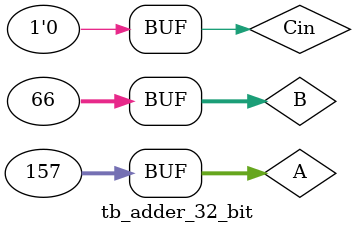
<source format=v>
`timescale 1ns/100ps

module tb_adder_32_bit();
wire [31:0] S;
wire C;

reg [31:0] A,B;
reg Cin;

adder_32_bit dut(S,C,A,B,Cin);

initial begin
   A = 32'd255;B = 32'd255; Cin = 1'b1;
#5 A = 32'd64;B = 32'd102; Cin = 1'b0;
#5 A = 32'd57;B = 32'd86; Cin = 1'b0;
#5 A = 32'd46;B = 32'd177; Cin = 1'b1;
#5 A = 32'd173;B = 32'd27; Cin = 1'b1;
#5 A = 32'd200;B = 32'd21; Cin = 1'b1;
#5 A = 32'd12;B = 32'd54; Cin = 1'b0;
#5 A = 32'd224;B = 32'd77; Cin = 1'b1;
#5 A = 32'd157;B = 32'd66; Cin = 1'b0;
end

initial begin
$monitor($time," A=%b,B=%b,C=%b,S=%d,C=%b",A,B,Cin,S,C);
end

endmodule
</source>
